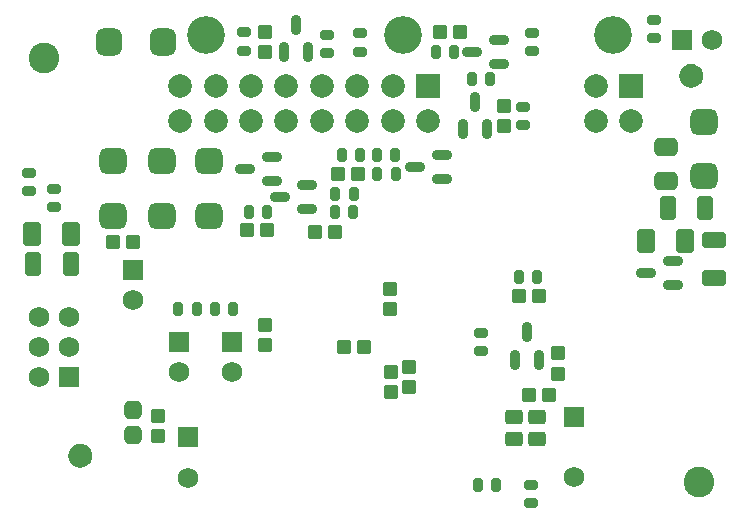
<source format=gbs>
G04 Layer_Color=16711935*
%FSLAX24Y24*%
%MOIN*%
G70*
G01*
G75*
G04:AMPARAMS|DCode=67|XSize=36mil|YSize=43.8mil|CornerRadius=6.8mil|HoleSize=0mil|Usage=FLASHONLY|Rotation=0.000|XOffset=0mil|YOffset=0mil|HoleType=Round|Shape=RoundedRectangle|*
%AMROUNDEDRECTD67*
21,1,0.0360,0.0302,0,0,0.0*
21,1,0.0224,0.0438,0,0,0.0*
1,1,0.0136,0.0112,-0.0151*
1,1,0.0136,-0.0112,-0.0151*
1,1,0.0136,-0.0112,0.0151*
1,1,0.0136,0.0112,0.0151*
%
%ADD67ROUNDEDRECTD67*%
G04:AMPARAMS|DCode=68|XSize=36mil|YSize=43.8mil|CornerRadius=6.8mil|HoleSize=0mil|Usage=FLASHONLY|Rotation=270.000|XOffset=0mil|YOffset=0mil|HoleType=Round|Shape=RoundedRectangle|*
%AMROUNDEDRECTD68*
21,1,0.0360,0.0302,0,0,270.0*
21,1,0.0224,0.0438,0,0,270.0*
1,1,0.0136,-0.0151,-0.0112*
1,1,0.0136,-0.0151,0.0112*
1,1,0.0136,0.0151,0.0112*
1,1,0.0136,0.0151,-0.0112*
%
%ADD68ROUNDEDRECTD68*%
G04:AMPARAMS|DCode=69|XSize=49mil|YSize=44mil|CornerRadius=5.8mil|HoleSize=0mil|Usage=FLASHONLY|Rotation=90.000|XOffset=0mil|YOffset=0mil|HoleType=Round|Shape=RoundedRectangle|*
%AMROUNDEDRECTD69*
21,1,0.0490,0.0324,0,0,90.0*
21,1,0.0374,0.0440,0,0,90.0*
1,1,0.0116,0.0162,0.0187*
1,1,0.0116,0.0162,-0.0187*
1,1,0.0116,-0.0162,-0.0187*
1,1,0.0116,-0.0162,0.0187*
%
%ADD69ROUNDEDRECTD69*%
G04:AMPARAMS|DCode=70|XSize=49mil|YSize=44mil|CornerRadius=5.8mil|HoleSize=0mil|Usage=FLASHONLY|Rotation=180.000|XOffset=0mil|YOffset=0mil|HoleType=Round|Shape=RoundedRectangle|*
%AMROUNDEDRECTD70*
21,1,0.0490,0.0324,0,0,180.0*
21,1,0.0374,0.0440,0,0,180.0*
1,1,0.0116,-0.0187,0.0162*
1,1,0.0116,0.0187,0.0162*
1,1,0.0116,0.0187,-0.0162*
1,1,0.0116,-0.0187,-0.0162*
%
%ADD70ROUNDEDRECTD70*%
G04:AMPARAMS|DCode=81|XSize=55.2mil|YSize=82.8mil|CornerRadius=15.8mil|HoleSize=0mil|Usage=FLASHONLY|Rotation=180.000|XOffset=0mil|YOffset=0mil|HoleType=Round|Shape=RoundedRectangle|*
%AMROUNDEDRECTD81*
21,1,0.0552,0.0512,0,0,180.0*
21,1,0.0236,0.0828,0,0,180.0*
1,1,0.0316,-0.0118,0.0256*
1,1,0.0316,0.0118,0.0256*
1,1,0.0316,0.0118,-0.0256*
1,1,0.0316,-0.0118,-0.0256*
%
%ADD81ROUNDEDRECTD81*%
%ADD82O,0.0361X0.0671*%
%ADD83O,0.0671X0.0361*%
G04:AMPARAMS|DCode=87|XSize=59.2mil|YSize=80mil|CornerRadius=6.6mil|HoleSize=0mil|Usage=FLASHONLY|Rotation=180.000|XOffset=0mil|YOffset=0mil|HoleType=Round|Shape=RoundedRectangle|*
%AMROUNDEDRECTD87*
21,1,0.0592,0.0669,0,0,180.0*
21,1,0.0461,0.0800,0,0,180.0*
1,1,0.0131,-0.0230,0.0335*
1,1,0.0131,0.0230,0.0335*
1,1,0.0131,0.0230,-0.0335*
1,1,0.0131,-0.0230,-0.0335*
%
%ADD87ROUNDEDRECTD87*%
G04:AMPARAMS|DCode=90|XSize=90.7mil|YSize=86.7mil|CornerRadius=23.7mil|HoleSize=0mil|Usage=FLASHONLY|Rotation=90.000|XOffset=0mil|YOffset=0mil|HoleType=Round|Shape=RoundedRectangle|*
%AMROUNDEDRECTD90*
21,1,0.0907,0.0394,0,0,90.0*
21,1,0.0433,0.0867,0,0,90.0*
1,1,0.0474,0.0197,0.0217*
1,1,0.0474,0.0197,-0.0217*
1,1,0.0474,-0.0197,-0.0217*
1,1,0.0474,-0.0197,0.0217*
%
%ADD90ROUNDEDRECTD90*%
%ADD91C,0.1025*%
%ADD92R,0.0680X0.0680*%
%ADD93C,0.0680*%
%ADD94R,0.0680X0.0680*%
%ADD95C,0.0789*%
%ADD96R,0.0789X0.0789*%
%ADD97C,0.1261*%
G04:AMPARAMS|DCode=98|XSize=63.1mil|YSize=78.9mil|CornerRadius=17.8mil|HoleSize=0mil|Usage=FLASHONLY|Rotation=270.000|XOffset=0mil|YOffset=0mil|HoleType=Round|Shape=RoundedRectangle|*
%AMROUNDEDRECTD98*
21,1,0.0631,0.0433,0,0,270.0*
21,1,0.0276,0.0789,0,0,270.0*
1,1,0.0356,-0.0217,-0.0138*
1,1,0.0356,-0.0217,0.0138*
1,1,0.0356,0.0217,0.0138*
1,1,0.0356,0.0217,-0.0138*
%
%ADD98ROUNDEDRECTD98*%
G04:AMPARAMS|DCode=99|XSize=62mil|YSize=58mil|CornerRadius=16.5mil|HoleSize=0mil|Usage=FLASHONLY|Rotation=270.000|XOffset=0mil|YOffset=0mil|HoleType=Round|Shape=RoundedRectangle|*
%AMROUNDEDRECTD99*
21,1,0.0620,0.0250,0,0,270.0*
21,1,0.0290,0.0580,0,0,270.0*
1,1,0.0330,-0.0125,-0.0145*
1,1,0.0330,-0.0125,0.0145*
1,1,0.0330,0.0125,0.0145*
1,1,0.0330,0.0125,-0.0145*
%
%ADD99ROUNDEDRECTD99*%
G04:AMPARAMS|DCode=100|XSize=63.1mil|YSize=49.3mil|CornerRadius=14.3mil|HoleSize=0mil|Usage=FLASHONLY|Rotation=180.000|XOffset=0mil|YOffset=0mil|HoleType=Round|Shape=RoundedRectangle|*
%AMROUNDEDRECTD100*
21,1,0.0631,0.0207,0,0,180.0*
21,1,0.0344,0.0493,0,0,180.0*
1,1,0.0287,-0.0172,0.0103*
1,1,0.0287,0.0172,0.0103*
1,1,0.0287,0.0172,-0.0103*
1,1,0.0287,-0.0172,-0.0103*
%
%ADD100ROUNDEDRECTD100*%
G04:AMPARAMS|DCode=101|XSize=55.2mil|YSize=82.8mil|CornerRadius=15.8mil|HoleSize=0mil|Usage=FLASHONLY|Rotation=90.000|XOffset=0mil|YOffset=0mil|HoleType=Round|Shape=RoundedRectangle|*
%AMROUNDEDRECTD101*
21,1,0.0552,0.0512,0,0,90.0*
21,1,0.0236,0.0828,0,0,90.0*
1,1,0.0316,0.0256,0.0118*
1,1,0.0316,0.0256,-0.0118*
1,1,0.0316,-0.0256,-0.0118*
1,1,0.0316,-0.0256,0.0118*
%
%ADD101ROUNDEDRECTD101*%
G04:AMPARAMS|DCode=102|XSize=90.7mil|YSize=86.7mil|CornerRadius=23.7mil|HoleSize=0mil|Usage=FLASHONLY|Rotation=0.000|XOffset=0mil|YOffset=0mil|HoleType=Round|Shape=RoundedRectangle|*
%AMROUNDEDRECTD102*
21,1,0.0907,0.0394,0,0,0.0*
21,1,0.0433,0.0867,0,0,0.0*
1,1,0.0474,0.0217,-0.0197*
1,1,0.0474,-0.0217,-0.0197*
1,1,0.0474,-0.0217,0.0197*
1,1,0.0474,0.0217,0.0197*
%
%ADD102ROUNDEDRECTD102*%
G36*
X22426Y32342D02*
X22521Y32303D01*
X22604Y32239D01*
X22667Y32157D01*
X22706Y32061D01*
X22720Y31959D01*
X22706Y31856D01*
X22667Y31760D01*
X22604Y31678D01*
X22521Y31615D01*
X22426Y31575D01*
X22323Y31562D01*
X22220Y31575D01*
X22124Y31615D01*
X22042Y31678D01*
X21979Y31760D01*
X21939Y31856D01*
X21926Y31959D01*
X21939Y32061D01*
X21979Y32157D01*
X22042Y32239D01*
X22124Y32303D01*
X22220Y32342D01*
X22323Y32356D01*
X22426Y32342D01*
D02*
G37*
G36*
X42790Y45000D02*
X42886Y44960D01*
X42968Y44897D01*
X43031Y44815D01*
X43071Y44719D01*
X43084Y44616D01*
X43071Y44513D01*
X43031Y44418D01*
X42968Y44335D01*
X42886Y44272D01*
X42790Y44233D01*
X42687Y44219D01*
X42584Y44233D01*
X42488Y44272D01*
X42406Y44335D01*
X42343Y44418D01*
X42303Y44513D01*
X42290Y44616D01*
X42303Y44719D01*
X42343Y44815D01*
X42406Y44897D01*
X42488Y44960D01*
X42584Y45000D01*
X42687Y45013D01*
X42790Y45000D01*
D02*
G37*
D67*
X34783Y45423D02*
D03*
X34173D02*
D03*
X35974Y44508D02*
D03*
X35364D02*
D03*
X31427Y40069D02*
D03*
X30817D02*
D03*
X28553Y40089D02*
D03*
X27943D02*
D03*
X37549Y37913D02*
D03*
X36939D02*
D03*
X32215Y41968D02*
D03*
X32825D02*
D03*
X31043Y41978D02*
D03*
X31653D02*
D03*
X32835Y41348D02*
D03*
X32225D02*
D03*
X30827Y40679D02*
D03*
X31437D02*
D03*
X27411Y36831D02*
D03*
X26801D02*
D03*
X35571Y30974D02*
D03*
X36181D02*
D03*
X25591Y36831D02*
D03*
X26201D02*
D03*
D68*
X37372Y45433D02*
D03*
Y46043D02*
D03*
X37087Y43592D02*
D03*
Y42982D02*
D03*
X30551Y45374D02*
D03*
Y45984D02*
D03*
X27776Y45453D02*
D03*
Y46063D02*
D03*
X41437Y46476D02*
D03*
Y45866D02*
D03*
X21457Y40236D02*
D03*
Y40846D02*
D03*
X35679Y35443D02*
D03*
Y36053D02*
D03*
X20600Y40768D02*
D03*
Y41378D02*
D03*
X37352Y30984D02*
D03*
Y30374D02*
D03*
X31654Y46033D02*
D03*
Y45423D02*
D03*
D69*
X36447Y42952D02*
D03*
Y43622D02*
D03*
X32648Y37520D02*
D03*
Y36850D02*
D03*
X32667Y34084D02*
D03*
Y34754D02*
D03*
X33268Y34252D02*
D03*
Y34922D02*
D03*
X28465Y35630D02*
D03*
Y36300D02*
D03*
X38238Y34695D02*
D03*
Y35365D02*
D03*
X24902Y32598D02*
D03*
Y33268D02*
D03*
X28484Y45423D02*
D03*
Y46093D02*
D03*
D70*
X34321Y46063D02*
D03*
X34991D02*
D03*
X30147Y39429D02*
D03*
X30817D02*
D03*
X28554Y39478D02*
D03*
X27884D02*
D03*
X37618Y37274D02*
D03*
X36948D02*
D03*
X30905Y41348D02*
D03*
X31575D02*
D03*
X31122Y35571D02*
D03*
X31792D02*
D03*
X23415Y39085D02*
D03*
X24085D02*
D03*
X37953Y33986D02*
D03*
X37283D02*
D03*
D81*
X20748Y38346D02*
D03*
X22008D02*
D03*
X41899Y40207D02*
D03*
X43159D02*
D03*
D82*
X35066Y42830D02*
D03*
X35866D02*
D03*
X35466Y43740D02*
D03*
X29111Y45409D02*
D03*
X29911D02*
D03*
X29511Y46319D02*
D03*
X36798Y35153D02*
D03*
X37598D02*
D03*
X37198Y36063D02*
D03*
D83*
X36294Y45017D02*
D03*
Y45817D02*
D03*
X35384Y45417D02*
D03*
X29877Y40974D02*
D03*
Y40174D02*
D03*
X28967Y40574D02*
D03*
X28715Y41929D02*
D03*
Y41129D02*
D03*
X27805Y41529D02*
D03*
X34385Y41168D02*
D03*
Y41968D02*
D03*
X33475Y41568D02*
D03*
X42072Y38455D02*
D03*
Y37655D02*
D03*
X41162Y38055D02*
D03*
D87*
X20698Y39341D02*
D03*
X21998D02*
D03*
X41171Y39124D02*
D03*
X42471D02*
D03*
D90*
X25079Y45748D02*
D03*
X23268D02*
D03*
D91*
X42933Y31073D02*
D03*
X21122Y45197D02*
D03*
D92*
X24065Y38140D02*
D03*
X25915Y32589D02*
D03*
X38789Y33248D02*
D03*
X27392Y35738D02*
D03*
X21939Y34567D02*
D03*
X25620Y35748D02*
D03*
D93*
X24065Y37140D02*
D03*
X25915Y31211D02*
D03*
X38789Y31248D02*
D03*
X27392Y34738D02*
D03*
X43392Y45807D02*
D03*
X21939Y35567D02*
D03*
X20939Y34567D02*
D03*
Y35567D02*
D03*
X21939Y36567D02*
D03*
X20939D02*
D03*
X25620Y34748D02*
D03*
D94*
X42392Y45807D02*
D03*
D95*
X39498Y44291D02*
D03*
Y43109D02*
D03*
X40679D02*
D03*
X33917D02*
D03*
X32736D02*
D03*
X30374D02*
D03*
X28012D02*
D03*
X26831D02*
D03*
X31555D02*
D03*
X29193D02*
D03*
X25650D02*
D03*
X32736Y44291D02*
D03*
X30374D02*
D03*
X28012D02*
D03*
X26831D02*
D03*
X31555D02*
D03*
X29193D02*
D03*
X25650D02*
D03*
D96*
X40679D02*
D03*
X33917D02*
D03*
D97*
X40089Y45991D02*
D03*
X33071D02*
D03*
X26496D02*
D03*
D98*
X41841Y41112D02*
D03*
Y42254D02*
D03*
D99*
X24085Y32654D02*
D03*
Y33494D02*
D03*
D100*
X36762Y32500D02*
D03*
Y33248D02*
D03*
X37549Y32500D02*
D03*
Y33248D02*
D03*
D101*
X43445Y39144D02*
D03*
Y37884D02*
D03*
D102*
X26624Y41772D02*
D03*
Y39961D02*
D03*
X25030Y41772D02*
D03*
Y39961D02*
D03*
X23415Y41772D02*
D03*
Y39961D02*
D03*
X43120Y41280D02*
D03*
Y43091D02*
D03*
M02*

</source>
